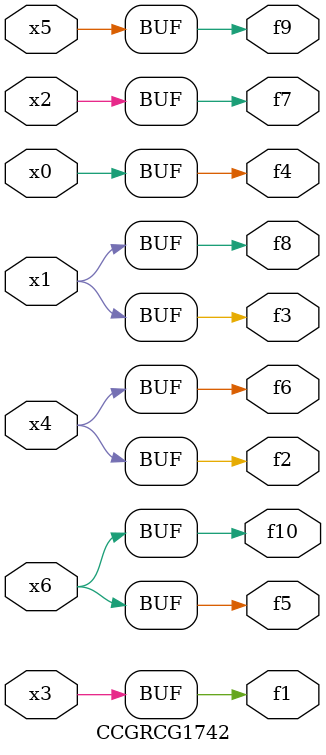
<source format=v>
module CCGRCG1742(
	input x0, x1, x2, x3, x4, x5, x6,
	output f1, f2, f3, f4, f5, f6, f7, f8, f9, f10
);
	assign f1 = x3;
	assign f2 = x4;
	assign f3 = x1;
	assign f4 = x0;
	assign f5 = x6;
	assign f6 = x4;
	assign f7 = x2;
	assign f8 = x1;
	assign f9 = x5;
	assign f10 = x6;
endmodule

</source>
